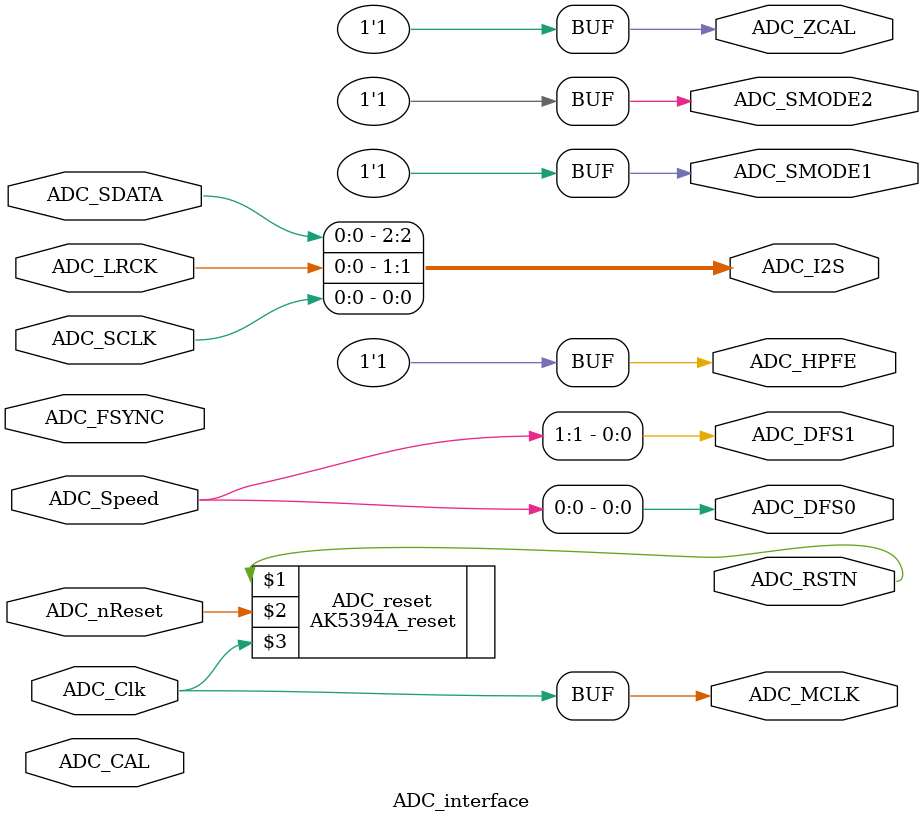
<source format=v>
module ADC_interface (
	// Pins
	input	ADC_SCLK,
	input	ADC_LRCK,
	input	ADC_FSYNC,
	input	ADC_SDATA,
	output	ADC_SMODE1,
	output	ADC_SMODE2,
	output	ADC_MCLK,
	output	ADC_DFS0,
	output	ADC_DFS1,
	output	ADC_HPFE,
	output	ADC_ZCAL,
	input	ADC_CAL,
	output	ADC_RSTN,
	// Wires
	output	[2:0] ADC_I2S,		// I2S[SD, WS, SCK]
	input	[1:0] ADC_Speed,
	input	ADC_Clk,			// Master clock
	input	ADC_nReset
	);
	
	// Set ADC into I2S Master mode
	assign ADC_SMODE1 = 1'b1;
	assign ADC_SMODE2 = 1'b1;
	// Set to calibrate from A/D inputs
	assign ADC_ZCAL = 1'b1;
	// Set High Pass Filter (>1Hz) on
	assign ADC_HPFE = 1'b1;
	
	// Wire-up I2S bus
	// N.B. - ADC_FSYNC is ignored by Janus
	assign ADC_I2S = {ADC_SDATA, ADC_LRCK, ADC_SCLK};
	// Wire-up Speed bus
	assign {ADC_DFS1, ADC_DFS0} = ADC_Speed;
	// Wire-up Master clock
	assign ADC_MCLK = ADC_Clk;

	// Instantiate AK5394A reset circuitry.
	AK5394A_reset ADC_reset (ADC_RSTN, ADC_nReset, ADC_Clk);
	
endmodule

</source>
